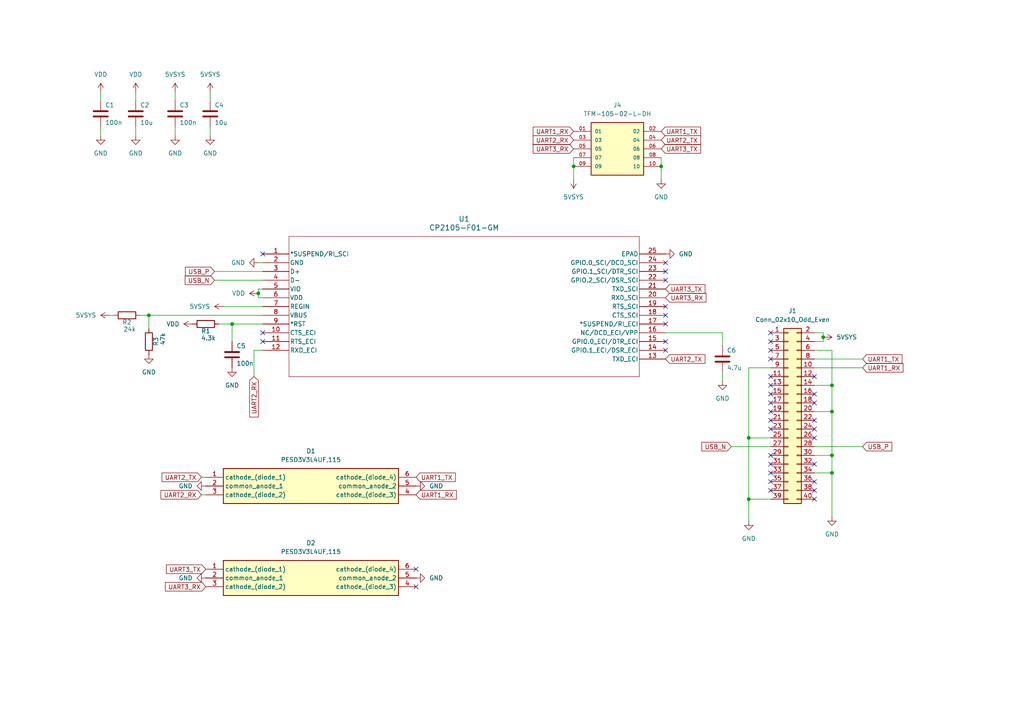
<source format=kicad_sch>
(kicad_sch (version 20231120) (generator "eeschema") (generator_version "8.0")
  (paper "A4")
  (lib_symbols
    (symbol "+3.3V_4" (power) (pin_names (offset 0))
      (property "Value" "+3.3V" (at 0 3.556 0))
      (symbol "+3.3V_4_0_1"
        (polyline (pts (xy -0.762 1.27) (xy 0 2.54)))
        (polyline (pts (xy 0 0) (xy 0 2.54)))
        (polyline (pts (xy 0 2.54) (xy 0.762 1.27)))
      )
      (symbol "+3.3V_4_1_1"
        (pin power_in line (at 0 0 90) (length 0) hide (name "+3.3V") (number "1"))
      )
    )
    (symbol "CP2105:CP2105-F01-GM" (pin_names (offset 0.254))
      (property "Reference" "U1" (at 58.42 10.16 0))
      (property "Value" "CP2105-F01-GM" (at 58.42 7.62 0))
      (symbol "CP2105-F01-GM_0_1"
        (polyline (pts (xy 7.62 -35.56) (xy 109.22 -35.56)) (stroke (width 0.127)))
        (polyline (pts (xy 7.62 5.08) (xy 7.62 -35.56)) (stroke (width 0.127)))
        (polyline (pts (xy 109.22 -35.56) (xy 109.22 5.08)) (stroke (width 0.127)))
        (polyline (pts (xy 109.22 5.08) (xy 7.62 5.08)) (stroke (width 0.127)))
        (pin bidirectional line (at 0 0 0) (length 7.62) (name "*SUSPEND/RI_SCI") (number "1"))
        (pin input line (at 0 -22.86 0) (length 7.62) (name "CTS_ECI") (number "10"))
        (pin output line (at 0 -25.4 0) (length 7.62) (name "RTS_ECI") (number "11"))
        (pin input line (at 0 -27.94 0) (length 7.62) (name "RXD_ECI") (number "12"))
        (pin output line (at 116.84 -30.48 180) (length 7.62) (name "TXD_ECI") (number "13"))
        (pin bidirectional line (at 116.84 -27.94 180) (length 7.62) (name "GPIO.1_ECI/DSR_ECI") (number "14"))
        (pin bidirectional line (at 116.84 -25.4 180) (length 7.62) (name "GPIO.0_ECI/DTR_ECI") (number "15"))
        (pin bidirectional line (at 116.84 -22.86 180) (length 7.62) (name "NC/DCD_ECI/VPP") (number "16"))
        (pin bidirectional line (at 116.84 -20.32 180) (length 7.62) (name "*SUSPEND/RI_ECI") (number "17"))
        (pin input line (at 116.84 -17.78 180) (length 7.62) (name "CTS_SCI") (number "18"))
        (pin output line (at 116.84 -15.24 180) (length 7.62) (name "RTS_SCI") (number "19"))
        (pin power_in line (at 0 -2.54 0) (length 7.62) (name "GND") (number "2"))
        (pin input line (at 116.84 -12.7 180) (length 7.62) (name "RXD_SCI") (number "20"))
        (pin output line (at 116.84 -10.16 180) (length 7.62) (name "TXD_SCI") (number "21"))
        (pin bidirectional line (at 116.84 -7.62 180) (length 7.62) (name "GPIO.2_SCI/DSR_SCI") (number "22"))
        (pin bidirectional line (at 116.84 -5.08 180) (length 7.62) (name "GPIO.1_SCI/DTR_SCI") (number "23"))
        (pin bidirectional line (at 116.84 -2.54 180) (length 7.62) (name "GPIO.0_SCI/DCD_SCI") (number "24"))
        (pin bidirectional line (at 0 -5.08 0) (length 7.62) (name "D+") (number "3"))
        (pin bidirectional line (at 0 -7.62 0) (length 7.62) (name "D-") (number "4"))
        (pin bidirectional line (at 0 -10.16 0) (length 7.62) (name "VIO") (number "5"))
        (pin power_in line (at 0 -12.7 0) (length 7.62) (name "VDD") (number "6"))
        (pin input line (at 0 -15.24 0) (length 7.62) (name "REGIN") (number "7"))
        (pin input line (at 0 -17.78 0) (length 7.62) (name "VBUS") (number "8"))
        (pin bidirectional line (at 0 -20.32 0) (length 7.62) (name "*RST") (number "9"))
      )
      (symbol "CP2105-F01-GM_1_1"
        (pin passive line (at 116.84 0 180) (length 7.62) (name "EPAD") (number "25"))
      )
    )
    (symbol "C_1" (pin_numbers hide) (pin_names (offset 0.254) hide)
      (property "Reference" "C" (at 0.635 2.54 0))
      (property "Value" "C" (at 0.635 -2.54 0))
      (symbol "C_1_0_1"
        (polyline (pts (xy -2.032 -0.762) (xy 2.032 -0.762)) (stroke (width 0.508)))
        (polyline (pts (xy -2.032 0.762) (xy 2.032 0.762)) (stroke (width 0.508)))
      )
      (symbol "C_1_1_1"
        (pin passive line (at 0 3.81 270) (length 2.794) (name "~") (number "1"))
        (pin passive line (at 0 -3.81 90) (length 2.794) (name "~") (number "2"))
      )
    )
    (symbol "C_2" (pin_numbers hide) (pin_names (offset 0.254) hide)
      (property "Reference" "C" (at 0.635 2.54 0))
      (property "Value" "C" (at 0.635 -2.54 0))
      (symbol "C_2_0_1"
        (polyline (pts (xy -2.032 -0.762) (xy 2.032 -0.762)) (stroke (width 0.508)))
        (polyline (pts (xy -2.032 0.762) (xy 2.032 0.762)) (stroke (width 0.508)))
      )
      (symbol "C_2_1_1"
        (pin passive line (at 0 3.81 270) (length 2.794) (name "~") (number "1"))
        (pin passive line (at 0 -3.81 90) (length 2.794) (name "~") (number "2"))
      )
    )
    (symbol "Connector_Generic:Conn_02x20_Odd_Even" (pin_names (offset 1.016) hide)
      (property "Reference" "J" (at 1.27 25.4 0))
      (property "Value" "Conn_02x20_Odd_Even" (at 1.27 -27.94 0))
      (symbol "Conn_02x20_Odd_Even_1_1"
        (rectangle (start -1.27 -25.273) (end 0 -25.527) (stroke (width 0.1524)))
        (rectangle (start -1.27 -22.733) (end 0 -22.987) (stroke (width 0.1524)))
        (rectangle (start -1.27 -20.193) (end 0 -20.447) (stroke (width 0.1524)))
        (rectangle (start -1.27 -17.653) (end 0 -17.907) (stroke (width 0.1524)))
        (rectangle (start -1.27 -15.113) (end 0 -15.367) (stroke (width 0.1524)))
        (rectangle (start -1.27 -12.573) (end 0 -12.827) (stroke (width 0.1524)))
        (rectangle (start -1.27 -10.033) (end 0 -10.287) (stroke (width 0.1524)))
        (rectangle (start -1.27 -7.493) (end 0 -7.747) (stroke (width 0.1524)))
        (rectangle (start -1.27 -4.953) (end 0 -5.207) (stroke (width 0.1524)))
        (rectangle (start -1.27 -2.413) (end 0 -2.667) (stroke (width 0.1524)))
        (rectangle (start -1.27 0.127) (end 0 -0.127) (stroke (width 0.1524)))
        (rectangle (start -1.27 2.667) (end 0 2.413) (stroke (width 0.1524)))
        (rectangle (start -1.27 5.207) (end 0 4.953) (stroke (width 0.1524)))
        (rectangle (start -1.27 7.747) (end 0 7.493) (stroke (width 0.1524)))
        (rectangle (start -1.27 10.287) (end 0 10.033) (stroke (width 0.1524)))
        (rectangle (start -1.27 12.827) (end 0 12.573) (stroke (width 0.1524)))
        (rectangle (start -1.27 15.367) (end 0 15.113) (stroke (width 0.1524)))
        (rectangle (start -1.27 17.907) (end 0 17.653) (stroke (width 0.1524)))
        (rectangle (start -1.27 20.447) (end 0 20.193) (stroke (width 0.1524)))
        (rectangle (start -1.27 22.987) (end 0 22.733) (stroke (width 0.1524)))
        (rectangle (start -1.27 24.13) (end 3.81 -26.67) (stroke (width 0.254)) (fill (type background)))
        (rectangle (start 3.81 -25.273) (end 2.54 -25.527) (stroke (width 0.1524)))
        (rectangle (start 3.81 -22.733) (end 2.54 -22.987) (stroke (width 0.1524)))
        (rectangle (start 3.81 -20.193) (end 2.54 -20.447) (stroke (width 0.1524)))
        (rectangle (start 3.81 -17.653) (end 2.54 -17.907) (stroke (width 0.1524)))
        (rectangle (start 3.81 -15.113) (end 2.54 -15.367) (stroke (width 0.1524)))
        (rectangle (start 3.81 -12.573) (end 2.54 -12.827) (stroke (width 0.1524)))
        (rectangle (start 3.81 -10.033) (end 2.54 -10.287) (stroke (width 0.1524)))
        (rectangle (start 3.81 -7.493) (end 2.54 -7.747) (stroke (width 0.1524)))
        (rectangle (start 3.81 -4.953) (end 2.54 -5.207) (stroke (width 0.1524)))
        (rectangle (start 3.81 -2.413) (end 2.54 -2.667) (stroke (width 0.1524)))
        (rectangle (start 3.81 0.127) (end 2.54 -0.127) (stroke (width 0.1524)))
        (rectangle (start 3.81 2.667) (end 2.54 2.413) (stroke (width 0.1524)))
        (rectangle (start 3.81 5.207) (end 2.54 4.953) (stroke (width 0.1524)))
        (rectangle (start 3.81 7.747) (end 2.54 7.493) (stroke (width 0.1524)))
        (rectangle (start 3.81 10.287) (end 2.54 10.033) (stroke (width 0.1524)))
        (rectangle (start 3.81 12.827) (end 2.54 12.573) (stroke (width 0.1524)))
        (rectangle (start 3.81 15.367) (end 2.54 15.113) (stroke (width 0.1524)))
        (rectangle (start 3.81 17.907) (end 2.54 17.653) (stroke (width 0.1524)))
        (rectangle (start 3.81 20.447) (end 2.54 20.193) (stroke (width 0.1524)))
        (rectangle (start 3.81 22.987) (end 2.54 22.733) (stroke (width 0.1524)))
        (pin passive line (at -5.08 22.86 0) (length 3.81) (name "Pin_1") (number "1"))
        (pin passive line (at 7.62 12.7 180) (length 3.81) (name "Pin_10") (number "10"))
        (pin passive line (at -5.08 10.16 0) (length 3.81) (name "Pin_11") (number "11"))
        (pin passive line (at 7.62 10.16 180) (length 3.81) (name "Pin_12") (number "12"))
        (pin passive line (at -5.08 7.62 0) (length 3.81) (name "Pin_13") (number "13"))
        (pin passive line (at 7.62 7.62 180) (length 3.81) (name "Pin_14") (number "14"))
        (pin passive line (at -5.08 5.08 0) (length 3.81) (name "Pin_15") (number "15"))
        (pin passive line (at 7.62 5.08 180) (length 3.81) (name "Pin_16") (number "16"))
        (pin passive line (at -5.08 2.54 0) (length 3.81) (name "Pin_17") (number "17"))
        (pin passive line (at 7.62 2.54 180) (length 3.81) (name "Pin_18") (number "18"))
        (pin passive line (at -5.08 0 0) (length 3.81) (name "Pin_19") (number "19"))
        (pin passive line (at 7.62 22.86 180) (length 3.81) (name "Pin_2") (number "2"))
        (pin passive line (at 7.62 0 180) (length 3.81) (name "Pin_20") (number "20"))
        (pin passive line (at -5.08 -2.54 0) (length 3.81) (name "Pin_21") (number "21"))
        (pin passive line (at 7.62 -2.54 180) (length 3.81) (name "Pin_22") (number "22"))
        (pin passive line (at -5.08 -5.08 0) (length 3.81) (name "Pin_23") (number "23"))
        (pin passive line (at 7.62 -5.08 180) (length 3.81) (name "Pin_24") (number "24"))
        (pin passive line (at -5.08 -7.62 0) (length 3.81) (name "Pin_25") (number "25"))
        (pin passive line (at 7.62 -7.62 180) (length 3.81) (name "Pin_26") (number "26"))
        (pin passive line (at -5.08 -10.16 0) (length 3.81) (name "Pin_27") (number "27"))
        (pin passive line (at 7.62 -10.16 180) (length 3.81) (name "Pin_28") (number "28"))
        (pin passive line (at -5.08 -12.7 0) (length 3.81) (name "Pin_29") (number "29"))
        (pin passive line (at -5.08 20.32 0) (length 3.81) (name "Pin_3") (number "3"))
        (pin passive line (at 7.62 -12.7 180) (length 3.81) (name "Pin_30") (number "30"))
        (pin passive line (at -5.08 -15.24 0) (length 3.81) (name "Pin_31") (number "31"))
        (pin passive line (at 7.62 -15.24 180) (length 3.81) (name "Pin_32") (number "32"))
        (pin passive line (at -5.08 -17.78 0) (length 3.81) (name "Pin_33") (number "33"))
        (pin passive line (at 7.62 -17.78 180) (length 3.81) (name "Pin_34") (number "34"))
        (pin passive line (at -5.08 -20.32 0) (length 3.81) (name "Pin_35") (number "35"))
        (pin passive line (at 7.62 -20.32 180) (length 3.81) (name "Pin_36") (number "36"))
        (pin passive line (at -5.08 -22.86 0) (length 3.81) (name "Pin_37") (number "37"))
        (pin passive line (at 7.62 -22.86 180) (length 3.81) (name "Pin_38") (number "38"))
        (pin passive line (at -5.08 -25.4 0) (length 3.81) (name "Pin_39") (number "39"))
        (pin passive line (at 7.62 20.32 180) (length 3.81) (name "Pin_4") (number "4"))
        (pin passive line (at 7.62 -25.4 180) (length 3.81) (name "Pin_40") (number "40"))
        (pin passive line (at -5.08 17.78 0) (length 3.81) (name "Pin_5") (number "5"))
        (pin passive line (at 7.62 17.78 180) (length 3.81) (name "Pin_6") (number "6"))
        (pin passive line (at -5.08 15.24 0) (length 3.81) (name "Pin_7") (number "7"))
        (pin passive line (at 7.62 15.24 180) (length 3.81) (name "Pin_8") (number "8"))
        (pin passive line (at -5.08 12.7 0) (length 3.81) (name "Pin_9") (number "9"))
      )
    )
    (symbol "Device:C" (pin_numbers hide) (pin_names (offset 0.254))
      (property "Reference" "C" (at 0.635 2.54 0))
      (property "Value" "C" (at 0.635 -2.54 0))
      (symbol "C_0_1"
        (polyline (pts (xy -2.032 -0.762) (xy 2.032 -0.762)) (stroke (width 0.508)))
        (polyline (pts (xy -2.032 0.762) (xy 2.032 0.762)) (stroke (width 0.508)))
      )
      (symbol "C_1_1"
        (pin passive line (at 0 3.81 270) (length 2.794) (name "~") (number "1"))
        (pin passive line (at 0 -3.81 90) (length 2.794) (name "~") (number "2"))
      )
    )
    (symbol "Device:R" (pin_numbers hide) (pin_names (offset 0))
      (property "Reference" "R" (at 2.032 0 90))
      (property "Value" "R" (at 0 0 90))
      (symbol "R_0_1"
        (rectangle (start -1.016 -2.54) (end 1.016 2.54) (stroke (width 0.254)))
      )
      (symbol "R_1_1"
        (pin passive line (at 0 3.81 270) (length 1.27) (name "~") (number "1"))
        (pin passive line (at 0 -3.81 90) (length 1.27) (name "~") (number "2"))
      )
    )
    (symbol "PESD3V3L4UF,115:PESD3V3L4UF,115"
      (property "Reference" "D" (at 57.15 7.62 0))
      (property "Value" "PESD3V3L4UF,115" (at 57.15 5.08 0))
      (symbol "PESD3V3L4UF,115_1_1"
        (rectangle (start 5.08 2.54) (end 55.88 -7.62) (stroke (width 0.254)) (fill (type background)))
        (pin passive line (at 0 0 0) (length 5.08) (name "cathode_(diode_1)") (number "1"))
        (pin passive line (at 0 -2.54 0) (length 5.08) (name "common_anode_1") (number "2"))
        (pin passive line (at 0 -5.08 0) (length 5.08) (name "cathode_(diode_2)") (number "3"))
        (pin passive line (at 60.96 -5.08 180) (length 5.08) (name "cathode_(diode_3)") (number "4"))
        (pin passive line (at 60.96 -2.54 180) (length 5.08) (name "common_anode_2") (number "5"))
        (pin passive line (at 60.96 0 180) (length 5.08) (name "cathode_(diode_4)") (number "6"))
      )
    )
    (symbol "TFM-105-02-L-DH:TFM-105-02-L-DH" (pin_names (offset 1.016))
      (property "Reference" "J" (at -8.12 8.736 0))
      (property "Value" "TFM-105-02-L-DH" (at -7.62 -10.16 0))
      (symbol "TFM-105-02-L-DH_0_0"
        (rectangle (start -7.62 -7.62) (end 7.62 7.62) (stroke (width 0.254)) (fill (type background)))
        (pin passive line (at -12.7 5.08 0) (length 5.08) (name "01") (number "01"))
        (pin passive line (at 12.7 5.08 180) (length 5.08) (name "02") (number "02"))
        (pin passive line (at -12.7 2.54 0) (length 5.08) (name "03") (number "03"))
        (pin passive line (at 12.7 2.54 180) (length 5.08) (name "04") (number "04"))
        (pin passive line (at -12.7 0 0) (length 5.08) (name "05") (number "05"))
        (pin passive line (at 12.7 0 180) (length 5.08) (name "06") (number "06"))
        (pin passive line (at -12.7 -2.54 0) (length 5.08) (name "07") (number "07"))
        (pin passive line (at 12.7 -2.54 180) (length 5.08) (name "08") (number "08"))
        (pin passive line (at -12.7 -5.08 0) (length 5.08) (name "09") (number "09"))
        (pin passive line (at 12.7 -5.08 180) (length 5.08) (name "10") (number "10"))
      )
    )
    (symbol "power:+5VD" (power) (pin_numbers hide) (pin_names (offset 0) hide)
      (property "Value" "+5VD" (at 0 3.556 0))
      (symbol "+5VD_0_1"
        (polyline (pts (xy -0.762 1.27) (xy 0 2.54)))
        (polyline (pts (xy 0 0) (xy 0 2.54)))
        (polyline (pts (xy 0 2.54) (xy 0.762 1.27)))
      )
      (symbol "+5VD_1_1"
        (pin power_in line (at 0 0 90) (length 0) (name "~") (number "1"))
      )
    )
    (symbol "power:GND" (power) (pin_numbers hide) (pin_names (offset 0) hide)
      (property "Value" "GND" (at 0 -3.81 0))
      (symbol "GND_0_1"
        (polyline (pts (xy 0 0) (xy 0 -1.27) (xy 1.27 -1.27) (xy 0 -2.54) (xy -1.27 -1.27) (xy 0 -1.27)))
      )
      (symbol "GND_1_1"
        (pin power_in line (at 0 0 270) (length 0) (name "~") (number "1"))
      )
    )
  )
  (junction (at 74.93 85.09))
  (junction (at 217.17 144.78))
  (junction (at 67.31 93.98))
  (junction (at 166.37 48.26))
  (junction (at 241.3 137.16))
  (junction (at 217.17 127))
  (junction (at 191.77 48.26))
  (junction (at 43.18 91.44))
  (junction (at 241.3 119.38))
  (junction (at 241.3 132.08))
  (junction (at 238.76 97.79))
  (junction (at 241.3 111.76))
  (no_connect (at 223.52 132.08))
  (no_connect (at 236.22 139.7))
  (no_connect (at 236.22 144.78))
  (no_connect (at 223.52 139.7))
  (no_connect (at 193.04 101.6))
  (no_connect (at 193.04 76.2))
  (no_connect (at 223.52 104.14))
  (no_connect (at 223.52 142.24))
  (no_connect (at 236.22 142.24))
  (no_connect (at 223.52 99.06))
  (no_connect (at 236.22 109.22))
  (no_connect (at 236.22 121.92))
  (no_connect (at 223.52 137.16))
  (no_connect (at 193.04 88.9))
  (no_connect (at 223.52 101.6))
  (no_connect (at 76.2 99.06))
  (no_connect (at 223.52 134.62))
  (no_connect (at 223.52 116.84))
  (no_connect (at 223.52 124.46))
  (no_connect (at 236.22 127))
  (no_connect (at 236.22 114.3))
  (no_connect (at 193.04 81.28))
  (no_connect (at 120.65 170.18))
  (no_connect (at 236.22 124.46))
  (no_connect (at 223.52 96.52))
  (no_connect (at 223.52 109.22))
  (no_connect (at 223.52 119.38))
  (no_connect (at 193.04 91.44))
  (no_connect (at 76.2 96.52))
  (no_connect (at 236.22 116.84))
  (no_connect (at 223.52 121.92))
  (no_connect (at 120.65 165.1))
  (no_connect (at 193.04 99.06))
  (no_connect (at 223.52 111.76))
  (no_connect (at 236.22 134.62))
  (no_connect (at 193.04 78.74))
  (no_connect (at 223.52 114.3))
  (no_connect (at 193.04 93.98))
  (no_connect (at 76.2 73.66))
  (wire (pts (xy 67.31 93.98) (xy 76.2 93.98)))
  (wire (pts (xy 236.22 101.6) (xy 241.3 101.6)))
  (wire (pts (xy 241.3 111.76) (xy 241.3 119.38)))
  (wire (pts (xy 241.3 132.08) (xy 241.3 137.16)))
  (wire (pts (xy 236.22 137.16) (xy 241.3 137.16)))
  (wire (pts (xy 60.96 39.37) (xy 60.96 36.83)))
  (wire (pts (xy 217.17 106.68) (xy 217.17 127)))
  (wire (pts (xy 63.5 93.98) (xy 67.31 93.98)))
  (wire (pts (xy 43.18 95.25) (xy 43.18 91.44)))
  (wire (pts (xy 74.93 76.2) (xy 76.2 76.2)))
  (wire (pts (xy 60.96 26.67) (xy 60.96 29.21)))
  (wire (pts (xy 191.77 48.26) (xy 191.77 52.07)))
  (wire (pts (xy 29.21 26.67) (xy 29.21 29.21)))
  (wire (pts (xy 236.22 106.68) (xy 250.19 106.68)))
  (wire (pts (xy 43.18 91.44) (xy 40.64 91.44)))
  (wire (pts (xy 209.55 110.49) (xy 209.55 107.95)))
  (wire (pts (xy 241.3 101.6) (xy 241.3 111.76)))
  (wire (pts (xy 39.37 39.37) (xy 39.37 36.83)))
  (wire (pts (xy 39.37 26.67) (xy 39.37 29.21)))
  (wire (pts (xy 236.22 129.54) (xy 250.19 129.54)))
  (wire (pts (xy 50.8 36.83) (xy 50.8 39.37)))
  (wire (pts (xy 217.17 144.78) (xy 223.52 144.78)))
  (wire (pts (xy 73.66 101.6) (xy 76.2 101.6)))
  (wire (pts (xy 191.77 45.72) (xy 191.77 48.26)))
  (wire (pts (xy 193.04 96.52) (xy 209.55 96.52)))
  (wire (pts (xy 62.23 78.74) (xy 76.2 78.74)))
  (wire (pts (xy 29.21 39.37) (xy 29.21 36.83)))
  (wire (pts (xy 64.77 88.9) (xy 76.2 88.9)))
  (wire (pts (xy 74.93 83.82) (xy 74.93 85.09)))
  (wire (pts (xy 62.23 81.28) (xy 76.2 81.28)))
  (wire (pts (xy 58.42 138.43) (xy 59.69 138.43)))
  (wire (pts (xy 74.93 83.82) (xy 76.2 83.82)))
  (wire (pts (xy 58.42 143.51) (xy 59.69 143.51)))
  (wire (pts (xy 241.3 137.16) (xy 241.3 149.86)))
  (wire (pts (xy 43.18 91.44) (xy 76.2 91.44)))
  (wire (pts (xy 236.22 119.38) (xy 241.3 119.38)))
  (wire (pts (xy 76.2 86.36) (xy 74.93 86.36)))
  (wire (pts (xy 73.66 109.22) (xy 73.66 101.6)))
  (wire (pts (xy 74.93 85.09) (xy 74.93 86.36)))
  (wire (pts (xy 166.37 45.72) (xy 166.37 48.26)))
  (wire (pts (xy 238.76 99.06) (xy 236.22 99.06)))
  (wire (pts (xy 236.22 104.14) (xy 250.19 104.14)))
  (wire (pts (xy 166.37 48.26) (xy 166.37 52.07)))
  (wire (pts (xy 241.3 119.38) (xy 241.3 132.08)))
  (wire (pts (xy 236.22 96.52) (xy 238.76 96.52)))
  (wire (pts (xy 236.22 111.76) (xy 241.3 111.76)))
  (wire (pts (xy 238.76 97.79) (xy 238.76 99.06)))
  (wire (pts (xy 67.31 93.98) (xy 67.31 99.06)))
  (wire (pts (xy 223.52 106.68) (xy 217.17 106.68)))
  (wire (pts (xy 50.8 26.67) (xy 50.8 29.21)))
  (wire (pts (xy 209.55 96.52) (xy 209.55 100.33)))
  (wire (pts (xy 238.76 96.52) (xy 238.76 97.79)))
  (wire (pts (xy 217.17 144.78) (xy 217.17 151.13)))
  (wire (pts (xy 31.75 91.44) (xy 33.02 91.44)))
  (wire (pts (xy 236.22 132.08) (xy 241.3 132.08)))
  (wire (pts (xy 217.17 127) (xy 223.52 127)))
  (wire (pts (xy 217.17 127) (xy 217.17 144.78)))
  (wire (pts (xy 212.09 129.54) (xy 223.52 129.54)))
  (global_label "USB_N" (shape input) (at 212.09 129.54 180) (property "Intersheetrefs" "${INTERSHEET_REFS}" (effects (hide yes))))
  (global_label "UART2_TX" (shape input) (at 193.04 104.14 0) (property "Intersheetrefs" "${INTERSHEET_REFS}" (effects (hide yes))))
  (global_label "UART3_RX" (shape input) (at 59.69 170.18 180) (property "Intersheetrefs" "${INTERSHEET_REFS}" (effects (hide yes))))
  (global_label "UART1_RX" (shape input) (at 250.19 106.68 0) (property "Intersheetrefs" "${INTERSHEET_REFS}" (effects (hide yes))))
  (global_label "UART3_TX" (shape input) (at 191.77 43.18 0) (property "Intersheetrefs" "${INTERSHEET_REFS}" (effects (hide yes))))
  (global_label "UART1_TX" (shape input) (at 191.77 38.1 0) (property "Intersheetrefs" "${INTERSHEET_REFS}" (effects (hide yes))))
  (global_label "UART1_TX" (shape input) (at 250.19 104.14 0) (property "Intersheetrefs" "${INTERSHEET_REFS}" (effects (hide yes))))
  (global_label "UART2_RX" (shape input) (at 166.37 40.64 180) (property "Intersheetrefs" "${INTERSHEET_REFS}" (effects (hide yes))))
  (global_label "USB_P" (shape input) (at 62.23 78.74 180) (property "Intersheetrefs" "${INTERSHEET_REFS}" (effects (hide yes))))
  (global_label "UART1_RX" (shape input) (at 120.65 143.51 0) (property "Intersheetrefs" "${INTERSHEET_REFS}" (effects (hide yes))))
  (global_label "UART3_RX" (shape input) (at 193.04 86.36 0) (property "Intersheetrefs" "${INTERSHEET_REFS}" (effects (hide yes))))
  (global_label "UART2_RX" (shape input) (at 73.66 109.22 270) (property "Intersheetrefs" "${INTERSHEET_REFS}" (effects (hide yes))))
  (global_label "UART3_TX" (shape input) (at 59.69 165.1 180) (property "Intersheetrefs" "${INTERSHEET_REFS}" (effects (hide yes))))
  (global_label "UART1_TX" (shape input) (at 120.65 138.43 0) (property "Intersheetrefs" "${INTERSHEET_REFS}" (effects (hide yes))))
  (global_label "UART2_RX" (shape input) (at 58.42 143.51 180) (property "Intersheetrefs" "${INTERSHEET_REFS}" (effects (hide yes))))
  (global_label "UART3_RX" (shape input) (at 166.37 43.18 180) (property "Intersheetrefs" "${INTERSHEET_REFS}" (effects (hide yes))))
  (global_label "UART1_RX" (shape input) (at 166.37 38.1 180) (property "Intersheetrefs" "${INTERSHEET_REFS}" (effects (hide yes))))
  (global_label "UART3_TX" (shape input) (at 193.04 83.82 0) (property "Intersheetrefs" "${INTERSHEET_REFS}" (effects (hide yes))))
  (global_label "USB_N" (shape input) (at 62.23 81.28 180) (property "Intersheetrefs" "${INTERSHEET_REFS}" (effects (hide yes))))
  (global_label "UART2_TX" (shape input) (at 58.42 138.43 180) (property "Intersheetrefs" "${INTERSHEET_REFS}" (effects (hide yes))))
  (global_label "UART2_TX" (shape input) (at 191.77 40.64 0) (property "Intersheetrefs" "${INTERSHEET_REFS}" (effects (hide yes))))
  (global_label "USB_P" (shape input) (at 250.19 129.54 0) (property "Intersheetrefs" "${INTERSHEET_REFS}" (effects (hide yes))))
  (symbol (lib_id "power:GND") (at 193.04 73.66 90) (unit 1)
    (property "Reference" "#PWR03" (effects (hide yes)))
    (property "Value" "GND" (at 196.85 73.6599 90) (effects (justify right)))
    (property "Description" "Power symbol creates a global label with name \"GND\" , ground" (effects (hide yes)))
  )
  (symbol (lib_name "+3.3V_4") (lib_id "power:+3.3V") (at 60.96 26.67 0) (unit 1)
    (property "Reference" "#PWR017" (effects (hide yes)))
    (property "Value" "5VSYS" (at 60.96 21.59 0))
  )
  (symbol (lib_name "+3.3V_4") (lib_id "power:+3.3V") (at 238.76 97.79 270) (unit 1)
    (property "Reference" "#PWR01" (effects (hide yes)))
    (property "Value" "5VSYS" (at 242.57 97.7899 90) (effects (justify left)))
  )
  (symbol (lib_id "Device:R") (at 43.18 99.06 180) (unit 1)
    (property "Reference" "R3" (at 45.212 99.06 90))
    (property "Value" "47k" (at 47.244 98.298 90))
    (property "Footprint" "Resistor_SMD:R_0201_0603Metric" (effects (hide yes)))
    (property "Description" "Resistor" (effects (hide yes)))
    (property "Part" "RNCP0603FTD1K00" (effects (hide yes)))
  )
  (symbol (lib_id "power:GND") (at 50.8 39.37 0) (unit 1)
    (property "Reference" "#PWR012" (effects (hide yes)))
    (property "Value" "GND" (at 50.8 44.45 0))
    (property "Description" "Power symbol creates a global label with name \"GND\" , ground" (effects (hide yes)))
  )
  (symbol (lib_id "Device:C") (at 50.8 33.02 0) (unit 1)
    (property "Reference" "C3" (at 52.07 30.48 0) (effects (justify left)))
    (property "Value" "100n" (at 52.07 35.56 0) (effects (justify left)))
    (property "Footprint" "Capacitor_SMD:C_0201_0603Metric" (effects (hide yes)))
    (property "Description" "Capacitor" (effects (hide yes)))
    (property "Part" "CL10B104KB8NNWC" (effects (hide yes)))
  )
  (symbol (lib_id "Connector_Generic:Conn_02x20_Odd_Even") (at 228.6 119.38 0) (unit 1)
    (property "Reference" "J1" (at 229.87 90.17 0))
    (property "Value" "Conn_02x10_Odd_Even" (at 229.87 92.71 0))
    (property "Footprint" "Connector_Samtec_HLE_THT:Samtec_HLE-120-02-xx-DV-TE_2x20_P2.54mm_Horizontal" (effects (hide yes)))
    (property "Description" "Generic connector, double row, 02x20, odd/even pin numbering scheme (row 1 odd numbers, row 2 even numbers), script generated (kicad-library-utils/schlib/autogen/connector/)" (effects (hide yes)))
  )
  (symbol (lib_name "+3.3V_4") (lib_id "power:+3.3V") (at 64.77 88.9 90) (unit 1)
    (property "Reference" "#PWR08" (effects (hide yes)))
    (property "Value" "5VSYS" (at 60.96 88.8999 90) (effects (justify left)))
  )
  (symbol (lib_id "power:GND") (at 191.77 52.07 0) (unit 1)
    (property "Reference" "#PWR029" (effects (hide yes)))
    (property "Value" "GND" (at 191.77 57.15 0))
    (property "Description" "Power symbol creates a global label with name \"GND\" , ground" (effects (hide yes)))
  )
  (symbol (lib_id "power:+5VD") (at 74.93 85.09 90) (unit 1)
    (property "Reference" "#PWR010" (effects (hide yes)))
    (property "Value" "VDD" (at 71.12 85.0899 90) (effects (justify left)))
    (property "Description" "Power symbol creates a global label with name \"+5VD\"" (effects (hide yes)))
  )
  (symbol (lib_id "Device:R") (at 36.83 91.44 90) (unit 1)
    (property "Reference" "R2" (at 36.83 93.472 90))
    (property "Value" "24k" (at 37.592 95.504 90))
    (property "Footprint" "Resistor_SMD:R_0201_0603Metric" (effects (hide yes)))
    (property "Description" "Resistor" (effects (hide yes)))
    (property "Part" "RNCP0603FTD1K00" (effects (hide yes)))
  )
  (symbol (lib_id "power:GND") (at 59.69 140.97 270) (unit 1)
    (property "Reference" "#PWR018" (effects (hide yes)))
    (property "Value" "GND" (at 55.88 140.9699 90) (effects (justify right)))
    (property "Description" "Power symbol creates a global label with name \"GND\" , ground" (effects (hide yes)))
  )
  (symbol (lib_id "TFM-105-02-L-DH:TFM-105-02-L-DH") (at 179.07 43.18 0) (unit 1)
    (property "Reference" "J4" (at 179.07 30.48 0))
    (property "Value" "TFM-105-02-L-DH" (at 179.07 33.02 0))
    (property "Footprint" "TFM-105-02-L-DH:SAMTEC_TFM-105-02-L-DH" (effects (hide yes)))
    (property "PARTREV" "F" (effects (hide yes)))
    (property "STANDARD" "Manufacturer Recommendations" (effects (hide yes)))
    (property "MANUFACTURER" "SAMTEC" (effects (hide yes)))
  )
  (symbol (lib_id "PESD3V3L4UF,115:PESD3V3L4UF,115") (at 59.69 138.43 0) (unit 1)
    (property "Reference" "D1" (at 90.17 130.81 0))
    (property "Value" "PESD3V3L4UF,115" (at 90.17 133.35 0))
    (property "Footprint" "PESD3V3L5UF115" (effects (hide yes)))
    (property "Datasheet" "https://assets.nexperia.com/documents/data-sheet/PESDXL4UF_G_W.pdf" (effects (hide yes)))
    (property "Description" "Low capacitance unidirectional quadruple ESD protection diode arrays" (effects (hide yes)))
    (property "Height" "0.5" (effects (hide yes)))
    (property "Manufacturer_Name" "Nexperia" (effects (hide yes)))
    (property "Manufacturer_Part_Number" "PESD3V3L4UF,115" (effects (hide yes)))
    (property "Mouser Part Number" "771-PESD3V3L4UFT/R" (effects (hide yes)))
    (property "Mouser Price/Stock" "https://www.mouser.co.uk/ProductDetail/Nexperia/PESD3V3L4UF115?qs=LOCUfHb8d9tNJS4807IAKw%3D%3D" (effects (hide yes)))
    (property "Arrow Part Number" "PESD3V3L4UF,115" (effects (hide yes)))
    (property "Arrow Price/Stock" "https://www.arrow.com/en/products/pesd3v3l4uf115/nexperia?region=europe" (effects (hide yes)))
  )
  (symbol (lib_id "Device:C") (at 209.55 104.14 0) (unit 1)
    (property "Reference" "C6" (at 210.82 101.6 0) (effects (justify left)))
    (property "Value" "4.7u" (at 210.82 106.68 0) (effects (justify left)))
    (property "Footprint" "Capacitor_SMD:C_01005_0402Metric" (effects (hide yes)))
    (property "Description" "Capacitor" (effects (hide yes)))
    (property "Part" "CL21A106KOQNNNE" (effects (hide yes)))
  )
  (symbol (lib_id "power:GND") (at 60.96 39.37 0) (unit 1)
    (property "Reference" "#PWR04" (effects (hide yes)))
    (property "Value" "GND" (at 60.96 44.45 0))
    (property "Description" "Power symbol creates a global label with name \"GND\" , ground" (effects (hide yes)))
  )
  (symbol (lib_id "power:+5VD") (at 39.37 26.67 0) (unit 1)
    (property "Reference" "#PWR013" (effects (hide yes)))
    (property "Value" "VDD" (at 39.37 21.59 0))
    (property "Description" "Power symbol creates a global label with name \"+5VD\"" (effects (hide yes)))
  )
  (symbol (lib_id "power:GND") (at 29.21 39.37 0) (unit 1)
    (property "Reference" "#PWR016" (effects (hide yes)))
    (property "Value" "GND" (at 29.21 44.45 0))
    (property "Description" "Power symbol creates a global label with name \"GND\" , ground" (effects (hide yes)))
  )
  (symbol (lib_name "+3.3V_4") (lib_id "power:+3.3V") (at 50.8 26.67 0) (unit 1)
    (property "Reference" "#PWR015" (effects (hide yes)))
    (property "Value" "5VSYS" (at 50.8 21.59 0))
  )
  (symbol (lib_id "CP2105:CP2105-F01-GM") (at 76.2 73.66 0) (unit 1)
    (property "Reference" "U1" (at 134.62 63.5 0) (effects (font (size 1.524 1.524))))
    (property "Value" "CP2105-F01-GM" (at 134.62 66.04 0) (effects (font (size 1.524 1.524))))
    (property "Footprint" "CP2105:QFN24_4X4_SIL-L" (effects (hide yes)))
    (property "Datasheet" "CP2105-F01-GM" (effects (hide yes)))
  )
  (symbol (lib_id "power:GND") (at 217.17 151.13 0) (unit 1)
    (property "Reference" "#PWR02" (effects (hide yes)))
    (property "Value" "GND" (at 217.17 156.21 0))
    (property "Description" "Power symbol creates a global label with name \"GND\" , ground" (effects (hide yes)))
  )
  (symbol (lib_name "C_2") (lib_id "Device:C") (at 60.96 33.02 0) (unit 1)
    (property "Reference" "C4" (at 62.23 30.48 0) (effects (justify left)))
    (property "Value" "10u" (at 62.23 35.56 0) (effects (justify left)))
    (property "Footprint" "Capacitor_SMD:C_0805_2012Metric" (effects (hide yes)))
    (property "Description" "Capacitor" (effects (hide yes)))
    (property "Part" "CL21A106KOQNNNE" (effects (hide yes)))
  )
  (symbol (lib_id "power:+5VD") (at 55.88 93.98 90) (unit 1)
    (property "Reference" "#PWR022" (effects (hide yes)))
    (property "Value" "VDD" (at 52.07 93.9799 90) (effects (justify left)))
    (property "Description" "Power symbol creates a global label with name \"+5VD\"" (effects (hide yes)))
  )
  (symbol (lib_id "power:GND") (at 43.18 102.87 0) (unit 1)
    (property "Reference" "#PWR06" (effects (hide yes)))
    (property "Value" "GND" (at 43.18 107.95 0))
    (property "Description" "Power symbol creates a global label with name \"GND\" , ground" (effects (hide yes)))
  )
  (symbol (lib_id "power:GND") (at 74.93 76.2 270) (unit 1)
    (property "Reference" "#PWR09" (effects (hide yes)))
    (property "Value" "GND" (at 71.12 76.1999 90) (effects (justify right)))
    (property "Description" "Power symbol creates a global label with name \"GND\" , ground" (effects (hide yes)))
  )
  (symbol (lib_id "Device:C") (at 29.21 33.02 0) (unit 1)
    (property "Reference" "C1" (at 30.48 30.48 0) (effects (justify left)))
    (property "Value" "100n" (at 30.48 35.56 0) (effects (justify left)))
    (property "Footprint" "Capacitor_SMD:C_0201_0603Metric" (effects (hide yes)))
    (property "Description" "Capacitor" (effects (hide yes)))
    (property "Part" "CL10B104KB8NNWC" (effects (hide yes)))
  )
  (symbol (lib_name "C_1") (lib_id "Device:C") (at 39.37 33.02 0) (unit 1)
    (property "Reference" "C2" (at 40.64 30.48 0) (effects (justify left)))
    (property "Value" "10u" (at 40.64 35.56 0) (effects (justify left)))
    (property "Footprint" "Capacitor_SMD:C_0805_2012Metric" (effects (hide yes)))
    (property "Description" "Capacitor" (effects (hide yes)))
    (property "Part" "CL21A106KOQNNNE" (effects (hide yes)))
  )
  (symbol (lib_name "+3.3V_4") (lib_id "power:+3.3V") (at 166.37 52.07 180) (unit 1)
    (property "Reference" "#PWR028" (effects (hide yes)))
    (property "Value" "5VSYS" (at 166.37 57.15 0))
  )
  (symbol (lib_id "power:GND") (at 39.37 39.37 0) (unit 1)
    (property "Reference" "#PWR014" (effects (hide yes)))
    (property "Value" "GND" (at 39.37 44.45 0))
    (property "Description" "Power symbol creates a global label with name \"GND\" , ground" (effects (hide yes)))
  )
  (symbol (lib_id "power:GND") (at 67.31 106.68 0) (unit 1)
    (property "Reference" "#PWR05" (effects (hide yes)))
    (property "Value" "GND" (at 67.31 111.76 0))
    (property "Description" "Power symbol creates a global label with name \"GND\" , ground" (effects (hide yes)))
  )
  (symbol (lib_id "power:GND") (at 59.69 167.64 270) (unit 1)
    (property "Reference" "#PWR019" (effects (hide yes)))
    (property "Value" "GND" (at 55.88 167.6399 90) (effects (justify right)))
    (property "Description" "Power symbol creates a global label with name \"GND\" , ground" (effects (hide yes)))
  )
  (symbol (lib_id "Device:C") (at 67.31 102.87 0) (unit 1)
    (property "Reference" "C5" (at 68.58 100.33 0) (effects (justify left)))
    (property "Value" "100n" (at 68.58 105.41 0) (effects (justify left)))
    (property "Footprint" "Capacitor_SMD:C_0201_0603Metric" (effects (hide yes)))
    (property "Description" "Capacitor" (effects (hide yes)))
    (property "Part" "CL10B104KB8NNWC" (effects (hide yes)))
  )
  (symbol (lib_id "power:GND") (at 209.55 110.49 0) (unit 1)
    (property "Reference" "#PWR027" (effects (hide yes)))
    (property "Value" "GND" (at 209.55 115.57 0))
    (property "Description" "Power symbol creates a global label with name \"GND\" , ground" (effects (hide yes)))
  )
  (symbol (lib_name "+3.3V_4") (lib_id "power:+3.3V") (at 31.75 91.44 90) (unit 1)
    (property "Reference" "#PWR025" (effects (hide yes)))
    (property "Value" "5VSYS" (at 27.94 91.4399 90) (effects (justify left)))
  )
  (symbol (lib_id "power:+5VD") (at 29.21 26.67 0) (unit 1)
    (property "Reference" "#PWR011" (effects (hide yes)))
    (property "Value" "VDD" (at 29.21 21.59 0))
    (property "Description" "Power symbol creates a global label with name \"+5VD\"" (effects (hide yes)))
  )
  (symbol (lib_id "power:GND") (at 120.65 140.97 90) (unit 1)
    (property "Reference" "#PWR021" (effects (hide yes)))
    (property "Value" "GND" (at 124.46 140.9699 90) (effects (justify right)))
    (property "Description" "Power symbol creates a global label with name \"GND\" , ground" (effects (hide yes)))
  )
  (symbol (lib_id "PESD3V3L4UF,115:PESD3V3L4UF,115") (at 59.69 165.1 0) (unit 1)
    (property "Reference" "D2" (at 90.17 157.48 0))
    (property "Value" "PESD3V3L4UF,115" (at 90.17 160.02 0))
    (property "Footprint" "PESD3V3L5UF115" (effects (hide yes)))
    (property "Datasheet" "https://assets.nexperia.com/documents/data-sheet/PESDXL4UF_G_W.pdf" (effects (hide yes)))
    (property "Description" "Low capacitance unidirectional quadruple ESD protection diode arrays" (effects (hide yes)))
    (property "Height" "0.5" (effects (hide yes)))
    (property "Manufacturer_Name" "Nexperia" (effects (hide yes)))
    (property "Manufacturer_Part_Number" "PESD3V3L4UF,115" (effects (hide yes)))
    (property "Mouser Part Number" "771-PESD3V3L4UFT/R" (effects (hide yes)))
    (property "Mouser Price/Stock" "https://www.mouser.co.uk/ProductDetail/Nexperia/PESD3V3L4UF115?qs=LOCUfHb8d9tNJS4807IAKw%3D%3D" (effects (hide yes)))
    (property "Arrow Part Number" "PESD3V3L4UF,115" (effects (hide yes)))
    (property "Arrow Price/Stock" "https://www.arrow.com/en/products/pesd3v3l4uf115/nexperia?region=europe" (effects (hide yes)))
  )
  (symbol (lib_id "power:GND") (at 241.3 149.86 0) (unit 1)
    (property "Reference" "#PWR07" (effects (hide yes)))
    (property "Value" "GND" (at 241.3 154.94 0))
    (property "Description" "Power symbol creates a global label with name \"GND\" , ground" (effects (hide yes)))
  )
  (symbol (lib_id "Device:R") (at 59.69 93.98 90) (unit 1)
    (property "Reference" "R1" (at 59.69 96.012 90))
    (property "Value" "4.3k" (at 60.452 98.044 90))
    (property "Footprint" "Resistor_SMD:R_0201_0603Metric" (effects (hide yes)))
    (property "Description" "Resistor" (effects (hide yes)))
    (property "Part" "RNCP0603FTD1K00" (effects (hide yes)))
  )
  (symbol (lib_id "power:GND") (at 120.65 167.64 90) (unit 1)
    (property "Reference" "#PWR020" (effects (hide yes)))
    (property "Value" "GND" (at 124.46 167.6399 90) (effects (justify right)))
    (property "Description" "Power symbol creates a global label with name \"GND\" , ground" (effects (hide yes)))
  )
)
</source>
